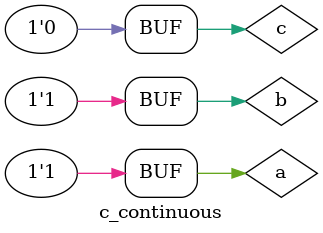
<source format=sv>
module c_continuous;

// VV also supports so-called continuous assignments
   
// Continuous assignments have a completely 
// different evaluation model than "normal" processes

// E.g., the net "a" below has two drivers,
// and the so-called resolution function for
// wire nets resolves the two values to 1:

wire a;
  
assign a = 1'b1;
assign a = 1'bz;

// For wire nets, the following drivers results in a
// value x for the net "b":

wire b;

assign b = 1'b1;
assign b = 1'b0;

// Whereas for wand nets, the same drivers result
// in 0:

wand c;

assign c = 1'b1;
assign c = 1'b0;

// (Make sure to run all events to see the correct results!)

endmodule

</source>
